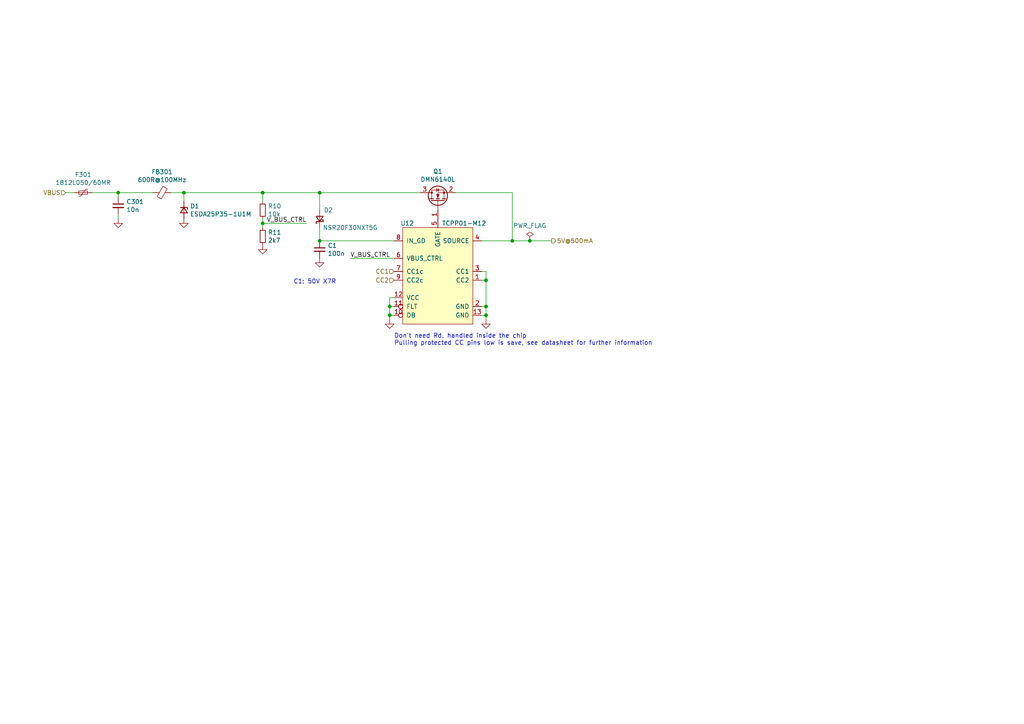
<source format=kicad_sch>
(kicad_sch (version 20211123) (generator eeschema)
  (paper "A4")
  (title_block (title "aWristWatch") (date "2021-04-05") (rev "3") (company "Andreas Kohler"))
  (lib_symbols
    (symbol "Device:C_Small" (pin_numbers hide) (pin_names (offset 0.254) hide)
      (property "Reference" "C" (at 0.254 1.778 0))
      (property "Value" "C_Small" (at 0.254 -2.032 0))
      (symbol "C_Small_0_1"
        (polyline (pts (xy -1.524 -0.508) (xy 1.524 -0.508)) (stroke (width 0.3302)))
        (polyline (pts (xy -1.524 0.508) (xy 1.524 0.508)) (stroke (width 0.3048)))
      )
      (symbol "C_Small_1_1"
        (pin passive line (at 0 2.54 270) (length 2.032) (name "~") (number "1"))
        (pin passive line (at 0 -2.54 90) (length 2.032) (name "~") (number "2"))
      )
    )
    (symbol "Device:D_Schottky_Small" (pin_numbers hide) (pin_names (offset 0.254) hide)
      (property "Reference" "D" (at -1.27 2.032 0))
      (property "Value" "D_Schottky_Small" (at -7.112 -2.032 0))
      (symbol "D_Schottky_Small_0_1"
        (polyline (pts (xy -0.762 0) (xy 0.762 0)))
        (polyline (pts (xy 0.762 -1.016) (xy -0.762 0) (xy 0.762 1.016) (xy 0.762 -1.016)) (stroke (width 0.254)))
        (polyline (pts (xy -1.27 0.762) (xy -1.27 1.016) (xy -0.762 1.016) (xy -0.762 -1.016) (xy -0.254 -1.016) (xy -0.254 -0.762)) (stroke (width 0.254)))
      )
      (symbol "D_Schottky_Small_1_1"
        (pin passive line (at -2.54 0 0) (length 1.778) (name "K") (number "1"))
        (pin passive line (at 2.54 0 180) (length 1.778) (name "A") (number "2"))
      )
    )
    (symbol "Device:D_Zener_Small" (pin_numbers hide) (pin_names (offset 0.254) hide)
      (property "Reference" "D" (at 0 2.286 0))
      (property "Value" "D_Zener_Small" (at 0 -2.286 0))
      (symbol "D_Zener_Small_0_1"
        (polyline (pts (xy 0.762 0) (xy -0.762 0)))
        (polyline (pts (xy -0.254 1.016) (xy -0.762 1.016) (xy -0.762 -1.016)) (stroke (width 0.254)))
        (polyline (pts (xy 0.762 1.016) (xy -0.762 0) (xy 0.762 -1.016) (xy 0.762 1.016)) (stroke (width 0.254)))
      )
      (symbol "D_Zener_Small_1_1"
        (pin passive line (at -2.54 0 0) (length 1.778) (name "K") (number "1"))
        (pin passive line (at 2.54 0 180) (length 1.778) (name "A") (number "2"))
      )
    )
    (symbol "Device:Ferrite_Bead_Small" (pin_numbers hide) (pin_names (offset 0))
      (property "Reference" "FB" (at 1.905 1.27 0))
      (property "Value" "Device_Ferrite_Bead_Small" (at 1.905 -1.27 0))
      (symbol "Ferrite_Bead_Small_0_1"
        (polyline (pts (xy 0 -1.27) (xy 0 -0.7874)))
        (polyline (pts (xy 0 0.889) (xy 0 1.2954)))
        (polyline (pts (xy -1.8288 0.2794) (xy -1.1176 1.4986) (xy 1.8288 -0.2032) (xy 1.1176 -1.4224) (xy -1.8288 0.2794)))
      )
      (symbol "Ferrite_Bead_Small_1_1"
        (pin passive line (at 0 2.54 270) (length 1.27) (name "~") (number "1"))
        (pin passive line (at 0 -2.54 90) (length 1.27) (name "~") (number "2"))
      )
    )
    (symbol "Device:Polyfuse_Small" (pin_numbers hide) (pin_names (offset 0))
      (property "Reference" "F" (at -1.905 0 90))
      (property "Value" "Polyfuse_Small" (at 1.905 0 90))
      (symbol "Polyfuse_Small_0_1"
        (rectangle (start -0.508 1.27) (end 0.508 -1.27))
        (polyline (pts (xy 0 2.54) (xy 0 -2.54)))
        (polyline (pts (xy -1.016 1.27) (xy -1.016 0.762) (xy 1.016 -0.762) (xy 1.016 -1.27)))
      )
      (symbol "Polyfuse_Small_1_1"
        (pin passive line (at 0 2.54 270) (length 0.635) (name "~") (number "1"))
        (pin passive line (at 0 -2.54 90) (length 0.635) (name "~") (number "2"))
      )
    )
    (symbol "Device:R_Small" (pin_numbers hide) (pin_names (offset 0.254) hide)
      (property "Reference" "R" (at 0.762 0.508 0))
      (property "Value" "R_Small" (at 0.762 -1.016 0))
      (symbol "R_Small_0_1"
        (rectangle (start -0.762 1.778) (end 0.762 -1.778) (stroke (width 0.2032)))
      )
      (symbol "R_Small_1_1"
        (pin passive line (at 0 2.54 270) (length 0.762) (name "~") (number "1"))
        (pin passive line (at 0 -2.54 90) (length 0.762) (name "~") (number "2"))
      )
    )
    (symbol "Transistor_FET:DMN6140L" (pin_names hide)
      (property "Reference" "Q" (at 5.08 1.905 0))
      (property "Value" "DMN6140L" (at 5.08 0 0))
      (symbol "DMN6140L_0_1"
        (polyline (pts (xy 0.254 0) (xy -2.54 0)))
        (polyline (pts (xy 0.254 1.905) (xy 0.254 -1.905)) (stroke (width 0.254)))
        (polyline (pts (xy 0.762 -1.27) (xy 0.762 -2.286)) (stroke (width 0.254)))
        (polyline (pts (xy 0.762 0.508) (xy 0.762 -0.508)) (stroke (width 0.254)))
        (polyline (pts (xy 0.762 2.286) (xy 0.762 1.27)) (stroke (width 0.254)))
        (polyline (pts (xy 2.54 2.54) (xy 2.54 1.778)))
        (polyline (pts (xy 2.54 -2.54) (xy 2.54 0) (xy 0.762 0)))
        (polyline (pts (xy 0.762 -1.778) (xy 3.302 -1.778) (xy 3.302 1.778) (xy 0.762 1.778)))
        (polyline (pts (xy 1.016 0) (xy 2.032 0.381) (xy 2.032 -0.381) (xy 1.016 0)) (fill (type outline)))
        (polyline (pts (xy 2.794 0.508) (xy 2.921 0.381) (xy 3.683 0.381) (xy 3.81 0.254)))
        (polyline (pts (xy 3.302 0.381) (xy 2.921 -0.254) (xy 3.683 -0.254) (xy 3.302 0.381)))
        (circle (center 1.651 0) (radius 2.794) (stroke (width 0.254)))
        (circle (center 2.54 -1.778) (radius 0.254) (fill (type outline)))
        (circle (center 2.54 1.778) (radius 0.254) (fill (type outline)))
      )
      (symbol "DMN6140L_1_1"
        (pin input line (at -5.08 0 0) (length 2.54) (name "G") (number "1"))
        (pin passive line (at 2.54 -5.08 90) (length 2.54) (name "S") (number "2"))
        (pin passive line (at 2.54 5.08 270) (length 2.54) (name "D") (number "3"))
      )
    )
    (symbol "power:GND" (power) (pin_names (offset 0))
      (property "Value" "GND" (at 0 -3.81 0))
      (symbol "GND_0_1"
        (polyline (pts (xy 0 0) (xy 0 -1.27) (xy 1.27 -1.27) (xy 0 -2.54) (xy -1.27 -1.27) (xy 0 -1.27)))
      )
      (symbol "GND_1_1"
        (pin power_in line (at 0 0 270) (length 0) hide (name "GND") (number "1"))
      )
    )
    (symbol "power:PWR_FLAG" (power) (pin_numbers hide) (pin_names (offset 0) hide)
      (property "Value" "PWR_FLAG" (at 0 3.81 0))
      (symbol "PWR_FLAG_0_0"
        (pin power_out line (at 0 0 90) (length 0) (name "pwr") (number "1"))
      )
      (symbol "PWR_FLAG_0_1"
        (polyline (pts (xy 0 0) (xy 0 1.27) (xy -1.016 1.905) (xy 0 2.54) (xy 1.016 1.905) (xy 0 1.27)))
      )
    )
    (symbol "watch:TCPP01-M12" (pin_names (offset 1.016))
      (property "Reference" "U" (at 30.48 25.4 0))
      (property "Value" "TCPP01-M12" (at 30.48 25.4 0))
      (symbol "TCPP01-M12_0_0"
        (pin bidirectional line (at 12.7 -1.27 180) (length 2.54) (name "CC2") (number "1"))
        (pin input inverted (at -12.7 -11.43 0) (length 2.54) (name "DB") (number "10"))
        (pin open_collector inverted (at -12.7 -8.89 0) (length 2.54) (name "FLT") (number "11"))
        (pin power_in line (at -12.7 -6.35 0) (length 2.54) (name "VCC") (number "12"))
        (pin passive line (at 12.7 -11.43 180) (length 2.54) (name "GND") (number "13"))
        (pin passive line (at 12.7 -8.89 180) (length 2.54) (name "GND") (number "2"))
        (pin bidirectional line (at 12.7 1.27 180) (length 2.54) (name "CC1") (number "3"))
        (pin passive line (at 12.7 10.16 180) (length 2.54) (name "SOURCE") (number "4"))
        (pin output line (at 0 16.51 270) (length 2.54) (name "GATE") (number "5"))
        (pin input line (at -12.7 5.08 0) (length 2.54) (name "VBUS_CTRL") (number "6"))
        (pin bidirectional line (at -12.7 1.27 0) (length 2.54) (name "CC1c") (number "7"))
        (pin passive line (at -12.7 10.16 0) (length 2.54) (name "IN_GD") (number "8"))
        (pin bidirectional line (at -12.7 -1.27 0) (length 2.54) (name "CC2c") (number "9"))
      )
      (symbol "TCPP01-M12_0_1"
        (rectangle (start -10.16 13.97) (end 10.16 -13.97) (fill (type background)))
      )
    )
  )
  (junction (at 53.34 55.88))
  (junction (at 153.67 69.85))
  (junction (at 140.97 81.28))
  (junction (at 76.2 55.88))
  (junction (at 148.59 69.85))
  (junction (at 92.71 55.88))
  (junction (at 140.97 88.9))
  (junction (at 92.71 69.85))
  (junction (at 34.29 55.88))
  (junction (at 76.2 64.77))
  (junction (at 113.03 88.9))
  (junction (at 140.97 91.44))
  (junction (at 113.03 91.44))
  (wire (pts (xy 76.2 64.77) (xy 76.2 66.04)))
  (wire (pts (xy 114.3 88.9) (xy 113.03 88.9)))
  (wire (pts (xy 76.2 55.88) (xy 53.34 55.88)))
  (wire (pts (xy 44.45 55.88) (xy 34.29 55.88)))
  (wire (pts (xy 140.97 81.28) (xy 140.97 78.74)))
  (wire (pts (xy 139.7 88.9) (xy 140.97 88.9)))
  (wire (pts (xy 113.03 86.36) (xy 114.3 86.36)))
  (wire (pts (xy 148.59 69.85) (xy 148.59 55.88)))
  (wire (pts (xy 132.08 55.88) (xy 148.59 55.88)))
  (wire (pts (xy 34.29 57.15) (xy 34.29 55.88)))
  (wire (pts (xy 140.97 88.9) (xy 140.97 81.28)))
  (wire (pts (xy 153.67 69.85) (xy 160.02 69.85)))
  (wire (pts (xy 34.29 55.88) (xy 26.67 55.88)))
  (wire (pts (xy 113.03 88.9) (xy 113.03 86.36)))
  (wire (pts (xy 21.59 55.88) (xy 19.05 55.88)))
  (wire (pts (xy 92.71 69.85) (xy 114.3 69.85)))
  (wire (pts (xy 139.7 91.44) (xy 140.97 91.44)))
  (wire (pts (xy 140.97 88.9) (xy 140.97 91.44)))
  (wire (pts (xy 76.2 63.5) (xy 76.2 64.77)))
  (wire (pts (xy 92.71 55.88) (xy 121.92 55.88)))
  (wire (pts (xy 101.6 74.93) (xy 114.3 74.93)))
  (wire (pts (xy 76.2 55.88) (xy 92.71 55.88)))
  (wire (pts (xy 148.59 69.85) (xy 153.67 69.85)))
  (wire (pts (xy 139.7 69.85) (xy 148.59 69.85)))
  (wire (pts (xy 53.34 58.42) (xy 53.34 55.88)))
  (wire (pts (xy 92.71 66.04) (xy 92.71 69.85)))
  (wire (pts (xy 34.29 63.5) (xy 34.29 62.23)))
  (wire (pts (xy 113.03 91.44) (xy 113.03 88.9)))
  (wire (pts (xy 140.97 91.44) (xy 140.97 92.71)))
  (wire (pts (xy 140.97 78.74) (xy 139.7 78.74)))
  (wire (pts (xy 113.03 92.71) (xy 113.03 91.44)))
  (wire (pts (xy 49.53 55.88) (xy 53.34 55.88)))
  (wire (pts (xy 92.71 60.96) (xy 92.71 55.88)))
  (wire (pts (xy 114.3 91.44) (xy 113.03 91.44)))
  (wire (pts (xy 88.9 64.77) (xy 76.2 64.77)))
  (wire (pts (xy 76.2 55.88) (xy 76.2 58.42)))
  (wire (pts (xy 139.7 81.28) (xy 140.97 81.28)))
  (text "C1: 50V X7R" (at 85.09 82.55 0) (effects (font (size 1.27 1.27)) (justify left bottom)))
  (text "Don't need Rd, handled inside the chip\nPulling protected CC pins low is save, see datasheet for further information" (at 114.3 100.33 0) (effects (font (size 1.27 1.27)) (justify left bottom)))
  (label "V_BUS_CTRL" (at 88.9 64.77 180))
  (label "V_BUS_CTRL" (at 101.6 74.93 0))
  (hierarchical_label "CC1" (shape input) (at 114.3 78.74 180))
  (hierarchical_label "5V@500mA" (shape output) (at 160.02 69.85 0))
  (hierarchical_label "CC2" (shape input) (at 114.3 81.28 180))
  (hierarchical_label "VBUS" (shape input) (at 19.05 55.88 180))
  (symbol (lib_id "power:GND") (at 53.34 63.5 0)
    (property "Reference" "#PWR0132" (effects hide))
    (property "Value" "GND" (effects hide))
  )
  (symbol (lib_id "power:GND") (at 140.97 92.71 0)
    (property "Reference" "#PWR0130" (effects hide))
    (property "Value" "GND" (effects hide))
  )
  (symbol (lib_id "power:GND") (at 113.03 92.71 0)
    (property "Reference" "#PWR0131" (effects hide))
    (property "Value" "GND" (effects hide))
  )
  (symbol (lib_id "Device:R_Small") (at 76.2 60.96 0)
    (property "Reference" "R10" (at 77.6986 59.7916 0) (effects (justify left)))
    (property "Value" "10k" (at 77.6986 62.103 0) (effects (justify left)))
    (property "Footprint" "Resistor_SMD:R_0603_1608Metric" (effects hide))
    (property "Manufacturer" "TE Connectivity / Holsworthy" (effects hide))
    (property "Order" "https://www.mouser.at/ProductDetail/TE-Connectivity-Holsworthy/CRGP0603F10K?qs=sGAEpiMZZMtlubZbdhIBIOInyB5Ysv8smNyg8wE1EWk%3D" (effects hide))
    (property "MNR" "CRGP0603F10K" (effects hide))
  )
  (symbol (lib_id "Device:R_Small") (at 76.2 68.58 0)
    (property "Reference" "R11" (at 77.6986 67.4116 0) (effects (justify left)))
    (property "Value" "2k7" (at 77.6986 69.723 0) (effects (justify left)))
    (property "Footprint" "Resistor_SMD:R_0603_1608Metric" (effects hide))
    (property "Manufacturer" "TE Connectivity / Holsworthy" (effects hide))
    (property "Order" "https://www.mouser.at/ProductDetail/TE-Connectivity-Holsworthy/CRGP0603F2K7?qs=wUXugUrL1qwUN23XEDlhqg%3D%3D" (effects hide))
    (property "MNR" "CRGP0603F2K7" (effects hide))
  )
  (symbol (lib_id "power:GND") (at 76.2 71.12 0)
    (property "Reference" "#PWR0133" (effects hide))
    (property "Value" "GND" (effects hide))
  )
  (symbol (lib_id "Device:D_Schottky_Small") (at 92.71 63.5 90)
    (property "Reference" "D2" (at 95.25 60.96 90))
    (property "Value" "NSR20F30NXT5G" (at 101.6 66.04 90))
    (property "Footprint" "Diode_SMD:D_0603_1608Metric" (effects hide))
    (property "Manufacturer" "ON Semiconductor" (effects hide))
    (property "Order" "https://www.mouser.at/ProductDetail/ON-Semiconductor/NSR20F30NXT5G?qs=%2Fha2pyFaduiT4QgHJMtCRYYTP822FXVVx%2F52TlFmV4oVU2Zly4FJHw%3D%3D" (effects hide))
    (property "MNR" "NSR20F30NXT5G" (effects hide))
  )
  (symbol (lib_id "Device:C_Small") (at 92.71 72.39 0)
    (property "Reference" "C1" (at 95.0468 71.2216 0) (effects (justify left)))
    (property "Value" "100n" (at 95.0468 73.533 0) (effects (justify left)))
    (property "Footprint" "Capacitor_SMD:C_0603_1608Metric" (effects hide))
    (property "Datasheet" "https://www.mouser.at/datasheet/2/212/KEM_C1002_X7R_SMD-1102033.pdf" (effects hide))
    (property "Manufacturer" "Samsung Electro-Mechanics" (effects hide))
    (property "Order" "https://www.mouser.at/ProductDetail/Samsung-Electro-Mechanics/CL10B104JB8NNNC?qs=349EhDEZ59oLEw5wc1qvGw%3D%3D" (effects hide))
    (property "MNR" "CL10B104JB8NNNC" (effects hide))
  )
  (symbol (lib_id "power:GND") (at 92.71 74.93 0)
    (property "Reference" "#PWR0136" (effects hide))
    (property "Value" "GND" (effects hide))
  )
  (symbol (lib_id "Transistor_FET:DMN6140L") (at 127 58.42 90)
    (property "Reference" "Q1" (at 127 49.7332 90))
    (property "Value" "DMN6140L" (at 127 52.0446 90))
    (property "Footprint" "Package_TO_SOT_SMD:SOT-23" (effects hide))
    (property "Datasheet" "http://www.diodes.com/assets/Datasheets/DMN6140L.pdf" (effects hide))
    (property "Manufacturer" "Diodes Incorporated" (effects hide))
    (property "Order" "https://www.mouser.at/ProductDetail/Diodes-Incorporated/DMN6140L-13?qs=M%2FOdCRO8QQ13uYA06Fe%2F0A%3D%3D" (effects hide))
    (property "MNR" "DMN6140L-13" (effects hide))
  )
  (symbol (lib_id "Device:Ferrite_Bead_Small") (at 46.99 55.88 270) (unit 1)
    (property "Reference" "FB301" (at 46.99 49.8602 90))
    (property "Value" "600R@100MHz" (at 46.99 52.1716 90))
    (property "Footprint" "Inductor_SMD:L_0603_1608Metric" (effects hide))
    (property "Manufacturer" "Murata Electronics" (effects hide))
    (property "Order" "https://www.mouser.at/ProductDetail/Murata-Electronics/BLM18SP601SH1D?qs=W%2FMpXkg%252BdQ5h2YDxhlPgmw%3D%3D" (effects hide))
    (property "MNR" "BLM18SP601SH1D" (effects hide))
  )
  (symbol (lib_id "Device:C_Small") (at 34.29 59.69 0)
    (property "Reference" "C301" (at 36.6268 58.5216 0) (effects (justify left)))
    (property "Value" "10n" (at 36.6268 60.833 0) (effects (justify left)))
    (property "Footprint" "Capacitor_SMD:C_0603_1608Metric" (effects hide))
    (property "Manufacturer" "KEMET" (effects hide))
    (property "Order" "https://www.mouser.at/ProductDetail/KEMET/C0603C103J5RACTU?qs=BimOss5pjlFJEfKhlb7g1g%3D%3D" (effects hide))
    (property "MNR" "C0603C103J5RACTU" (effects hide))
  )
  (symbol (lib_id "power:GND") (at 34.29 63.5 0)
    (property "Reference" "#PWR0122" (effects hide))
    (property "Value" "GND" (effects hide))
  )
  (symbol (lib_id "Device:Polyfuse_Small") (at 24.13 55.88 90) (unit 1)
    (property "Reference" "F301" (at 24.13 50.673 90))
    (property "Value" "1812L050/60MR" (at 24.13 52.9844 90))
    (property "Footprint" "Fuse:Fuse_1812_4532Metric" (effects hide))
    (property "Manufacturer" "Littelfuse" (effects hide))
    (property "Order" "https://www.mouser.at/ProductDetail/Littelfuse/1812L050-60MR?qs=lM4gFlnEeEOTL6GzziLnSw%3D%3D" (effects hide))
    (property "MNR" "1812L050/60MR" (effects hide))
  )
  (symbol (lib_id "power:PWR_FLAG") (at 153.67 69.85 0) (unit 1)
    (property "Reference" "#FLG0102" (effects hide))
    (property "Value" "PWR_FLAG" (at 153.67 65.4558 0))
  )
  (symbol (lib_id "watch:TCPP01-M12") (at 127 80.01 0)
    (property "Reference" "U12" (at 118.11 64.77 0))
    (property "Value" "TCPP01-M12" (at 134.62 64.77 0))
    (property "Footprint" "Package_DFN_QFN:QFN-12-1EP_3x3mm_P0.51mm_EP1.45x1.45mm" (effects hide))
    (property "Manufacturer" "STMicroelectornics" (effects hide))
    (property "Order" "https://www.mouser.at/ProductDetail/STMicroelectronics/TCPP01-M12?qs=%252B6g0mu59x7KCafIwapwG2A%3D%3D" (effects hide))
    (property "MNR" "TCPP01-M12" (effects hide))
  )
  (symbol (lib_id "Device:D_Zener_Small") (at 53.34 60.96 270)
    (property "Reference" "D1" (at 55.118 59.7916 90) (effects (justify left)))
    (property "Value" "ESDA25P35-1U1M" (at 55.118 62.103 90) (effects (justify left)))
    (property "Footprint" "Diode_SMD:D_0603_1608Metric" (effects hide))
    (property "Manufacturer" "STMicroelectornics" (effects hide))
    (property "Order" "https://www.mouser.at/ProductDetail/STMicroelectronics/ESDA25P35-1U1M?qs=%2Fha2pyFadujUszDsZav4Fdl71EEjkmI2eQjtkMFuQaA97IC29zSS8w%3D%3D" (effects hide))
    (property "MNR" "ESDA25P35-1U1M" (effects hide))
  )
)
</source>
